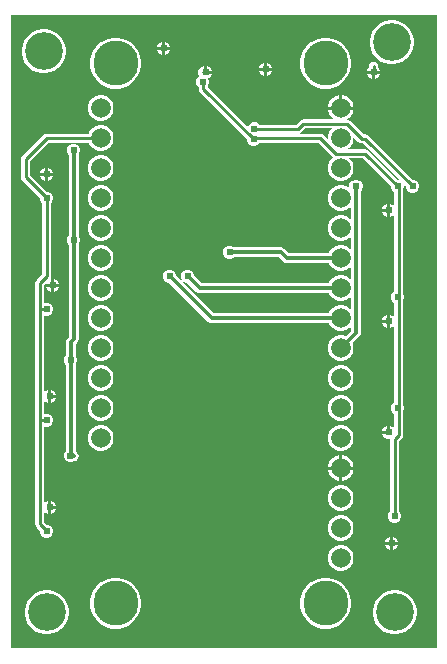
<source format=gbl>
G04*
G04 #@! TF.GenerationSoftware,Altium Limited,Altium Designer,21.8.1 (53)*
G04*
G04 Layer_Physical_Order=2*
G04 Layer_Color=16711680*
%FSLAX25Y25*%
%MOIN*%
G70*
G04*
G04 #@! TF.SameCoordinates,E365CCBF-B7D7-418C-B8C5-68AE61ABE827*
G04*
G04*
G04 #@! TF.FilePolarity,Positive*
G04*
G01*
G75*
%ADD11C,0.01000*%
%ADD27C,0.01200*%
%ADD28C,0.15000*%
%ADD29C,0.06555*%
%ADD30C,0.02400*%
%ADD31C,0.12598*%
G36*
X242000Y100000D02*
X100000D01*
Y311000D01*
X242000D01*
Y100000D01*
D02*
G37*
%LPC*%
G36*
X151500Y302174D02*
Y300500D01*
X153174D01*
X152865Y301246D01*
X152246Y301865D01*
X151500Y302174D01*
D02*
G37*
G36*
X150500D02*
X149754Y301865D01*
X149135Y301246D01*
X148826Y300500D01*
X150500D01*
Y302174D01*
D02*
G37*
G36*
X153174Y299500D02*
X151500D01*
Y297826D01*
X152246Y298135D01*
X152865Y298754D01*
X153174Y299500D01*
D02*
G37*
G36*
X150500D02*
X148826D01*
X149135Y298754D01*
X149754Y298135D01*
X150500Y297826D01*
Y299500D01*
D02*
G37*
G36*
X227719Y309299D02*
X226281D01*
X224871Y309019D01*
X223542Y308469D01*
X222347Y307670D01*
X221330Y306653D01*
X220532Y305457D01*
X219981Y304129D01*
X219701Y302719D01*
Y301281D01*
X219981Y299871D01*
X220532Y298542D01*
X221330Y297347D01*
X222347Y296330D01*
X223542Y295532D01*
X224871Y294981D01*
X226281Y294701D01*
X227719D01*
X229129Y294981D01*
X230457Y295532D01*
X231653Y296330D01*
X232670Y297347D01*
X233469Y298542D01*
X234019Y299871D01*
X234299Y301281D01*
Y302719D01*
X234019Y304129D01*
X233469Y305457D01*
X232670Y306653D01*
X231653Y307670D01*
X230457Y308469D01*
X229129Y309019D01*
X227719Y309299D01*
D02*
G37*
G36*
X185500Y295174D02*
Y293500D01*
X187174D01*
X186865Y294246D01*
X186246Y294865D01*
X185500Y295174D01*
D02*
G37*
G36*
X184500D02*
X183754Y294865D01*
X183135Y294246D01*
X182826Y293500D01*
X184500D01*
Y295174D01*
D02*
G37*
G36*
X221000Y295529D02*
X220415Y295413D01*
X219919Y295081D01*
X219587Y294585D01*
X219471Y294000D01*
Y293582D01*
X219135Y293246D01*
X218826Y292500D01*
X223174D01*
X222865Y293246D01*
X222529Y293582D01*
Y294000D01*
X222413Y294585D01*
X222081Y295081D01*
X221585Y295413D01*
X221000Y295529D01*
D02*
G37*
G36*
X165500Y294174D02*
Y292500D01*
X167174D01*
X166865Y293246D01*
X166246Y293865D01*
X165500Y294174D01*
D02*
G37*
G36*
X111719Y306299D02*
X110281D01*
X108871Y306019D01*
X107543Y305469D01*
X106347Y304670D01*
X105330Y303653D01*
X104532Y302457D01*
X103981Y301129D01*
X103701Y299719D01*
Y298281D01*
X103981Y296871D01*
X104532Y295543D01*
X105330Y294347D01*
X106347Y293330D01*
X107543Y292531D01*
X108871Y291981D01*
X110281Y291701D01*
X111719D01*
X113129Y291981D01*
X114457Y292531D01*
X115653Y293330D01*
X116670Y294347D01*
X117469Y295543D01*
X118019Y296871D01*
X118299Y298281D01*
Y299719D01*
X118019Y301129D01*
X117469Y302457D01*
X116670Y303653D01*
X115653Y304670D01*
X114457Y305469D01*
X113129Y306019D01*
X111719Y306299D01*
D02*
G37*
G36*
X187174Y292500D02*
X185500D01*
Y290826D01*
X186246Y291135D01*
X186865Y291754D01*
X187174Y292500D01*
D02*
G37*
G36*
X184500D02*
X182826D01*
X183135Y291754D01*
X183754Y291135D01*
X184500Y290826D01*
Y292500D01*
D02*
G37*
G36*
X223174Y291500D02*
X221500D01*
Y289826D01*
X222246Y290135D01*
X222865Y290754D01*
X223174Y291500D01*
D02*
G37*
G36*
X220500D02*
X218826D01*
X219135Y290754D01*
X219754Y290135D01*
X220500Y289826D01*
Y291500D01*
D02*
G37*
G36*
X205837Y303500D02*
X204163D01*
X202521Y303173D01*
X200974Y302533D01*
X199582Y301602D01*
X198398Y300418D01*
X197467Y299026D01*
X196827Y297479D01*
X196500Y295837D01*
Y294163D01*
X196827Y292521D01*
X197467Y290974D01*
X198398Y289582D01*
X199582Y288398D01*
X200974Y287467D01*
X202521Y286827D01*
X204163Y286500D01*
X205837D01*
X207479Y286827D01*
X209026Y287467D01*
X210418Y288398D01*
X211602Y289582D01*
X212533Y290974D01*
X213173Y292521D01*
X213500Y294163D01*
Y295837D01*
X213173Y297479D01*
X212533Y299026D01*
X211602Y300418D01*
X210418Y301602D01*
X209026Y302533D01*
X207479Y303173D01*
X205837Y303500D01*
D02*
G37*
G36*
X135837D02*
X134163D01*
X132521Y303173D01*
X130974Y302533D01*
X129582Y301602D01*
X128398Y300418D01*
X127467Y299026D01*
X126827Y297479D01*
X126500Y295837D01*
Y294163D01*
X126827Y292521D01*
X127467Y290974D01*
X128398Y289582D01*
X129582Y288398D01*
X130974Y287467D01*
X132521Y286827D01*
X134163Y286500D01*
X135837D01*
X137479Y286827D01*
X139026Y287467D01*
X140418Y288398D01*
X141602Y289582D01*
X142533Y290974D01*
X143173Y292521D01*
X143500Y294163D01*
Y295837D01*
X143173Y297479D01*
X142533Y299026D01*
X141602Y300418D01*
X140418Y301602D01*
X139026Y302533D01*
X137479Y303173D01*
X135837Y303500D01*
D02*
G37*
G36*
X210563Y284278D02*
X210500D01*
Y280500D01*
X214278D01*
Y280563D01*
X213986Y281651D01*
X213423Y282627D01*
X212627Y283423D01*
X211651Y283986D01*
X210563Y284278D01*
D02*
G37*
G36*
X209500D02*
X209437D01*
X208349Y283986D01*
X207373Y283423D01*
X206577Y282627D01*
X206014Y281651D01*
X205722Y280563D01*
Y280500D01*
X209500D01*
Y284278D01*
D02*
G37*
G36*
X130563D02*
X129437D01*
X128349Y283986D01*
X127374Y283423D01*
X126577Y282627D01*
X126014Y281651D01*
X125722Y280563D01*
Y279437D01*
X126014Y278349D01*
X126577Y277374D01*
X127374Y276577D01*
X128349Y276014D01*
X129437Y275722D01*
X130563D01*
X131651Y276014D01*
X132626Y276577D01*
X133423Y277374D01*
X133986Y278349D01*
X134278Y279437D01*
Y280563D01*
X133986Y281651D01*
X133423Y282627D01*
X132626Y283423D01*
X131651Y283986D01*
X130563Y284278D01*
D02*
G37*
G36*
Y274278D02*
X129437D01*
X128349Y273986D01*
X127374Y273423D01*
X126577Y272626D01*
X126014Y271651D01*
X125981Y271529D01*
X112000D01*
X111512Y271432D01*
X111415Y271413D01*
X110919Y271081D01*
X103919Y264081D01*
X103587Y263585D01*
X103471Y263000D01*
Y257000D01*
X103587Y256415D01*
X103919Y255919D01*
X109800Y250037D01*
Y249562D01*
X110135Y248754D01*
X110471Y248418D01*
Y224575D01*
X108662Y222766D01*
X108330Y222270D01*
X108214Y221685D01*
Y213000D01*
Y176000D01*
Y141257D01*
X108330Y140671D01*
X108662Y140175D01*
X109800Y139037D01*
Y138562D01*
X110135Y137754D01*
X110754Y137135D01*
X111562Y136800D01*
X112438D01*
X113246Y137135D01*
X113865Y137754D01*
X114200Y138562D01*
Y139438D01*
X113865Y140246D01*
X113246Y140865D01*
X112438Y141200D01*
X111963D01*
X111273Y141890D01*
Y145616D01*
X111754Y145135D01*
X112500Y144826D01*
Y147000D01*
Y149174D01*
X111754Y148865D01*
X111273Y148384D01*
Y173920D01*
X111562Y173800D01*
X112438D01*
X113246Y174135D01*
X113865Y174754D01*
X114200Y175562D01*
Y176438D01*
X113865Y177246D01*
X113246Y177865D01*
X112438Y178200D01*
X111562D01*
X111273Y178080D01*
Y182616D01*
X111754Y182135D01*
X112500Y181826D01*
Y184000D01*
Y186174D01*
X111754Y185865D01*
X111273Y185384D01*
Y210920D01*
X111562Y210800D01*
X112438D01*
X113246Y211135D01*
X113865Y211754D01*
X114200Y212562D01*
Y213438D01*
X113865Y214246D01*
X113246Y214865D01*
X112438Y215200D01*
X111562D01*
X111273Y215080D01*
Y221052D01*
X111900Y221679D01*
X111826Y221500D01*
X113500D01*
Y223174D01*
X113211Y223055D01*
X113413Y223356D01*
X113529Y223942D01*
Y248418D01*
X113865Y248754D01*
X114200Y249562D01*
Y250438D01*
X113865Y251246D01*
X113246Y251865D01*
X112438Y252200D01*
X111963D01*
X106529Y257633D01*
Y262367D01*
X112634Y268471D01*
X125981D01*
X126014Y268349D01*
X126577Y267373D01*
X127374Y266577D01*
X128349Y266014D01*
X129437Y265722D01*
X130563D01*
X131651Y266014D01*
X132626Y266577D01*
X133423Y267373D01*
X133986Y268349D01*
X134278Y269437D01*
Y270563D01*
X133986Y271651D01*
X133423Y272626D01*
X132626Y273423D01*
X131651Y273986D01*
X130563Y274278D01*
D02*
G37*
G36*
X112500Y260174D02*
Y258500D01*
X114174D01*
X113865Y259246D01*
X113246Y259865D01*
X112500Y260174D01*
D02*
G37*
G36*
X111500D02*
X110754Y259865D01*
X110135Y259246D01*
X109826Y258500D01*
X111500D01*
Y260174D01*
D02*
G37*
G36*
X114174Y257500D02*
X112500D01*
Y255826D01*
X113246Y256135D01*
X113865Y256754D01*
X114174Y257500D01*
D02*
G37*
G36*
X111500D02*
X109826D01*
X110135Y256754D01*
X110754Y256135D01*
X111500Y255826D01*
Y257500D01*
D02*
G37*
G36*
X130563Y264278D02*
X129437D01*
X128349Y263986D01*
X127374Y263423D01*
X126577Y262627D01*
X126014Y261651D01*
X125722Y260563D01*
Y259437D01*
X126014Y258349D01*
X126577Y257373D01*
X127374Y256577D01*
X128349Y256014D01*
X129437Y255722D01*
X130563D01*
X131651Y256014D01*
X132626Y256577D01*
X133423Y257373D01*
X133986Y258349D01*
X134278Y259437D01*
Y260563D01*
X133986Y261651D01*
X133423Y262627D01*
X132626Y263423D01*
X131651Y263986D01*
X130563Y264278D01*
D02*
G37*
G36*
X215559Y256197D02*
X214684D01*
X213875Y255862D01*
X213256Y255243D01*
X212922Y254435D01*
Y253559D01*
X213227Y252823D01*
X212627Y253423D01*
X211651Y253986D01*
X210563Y254278D01*
X209437D01*
X208349Y253986D01*
X207373Y253423D01*
X206577Y252626D01*
X206014Y251651D01*
X205722Y250563D01*
Y249437D01*
X206014Y248349D01*
X206577Y247374D01*
X207373Y246577D01*
X208349Y246014D01*
X209437Y245722D01*
X210563D01*
X211651Y246014D01*
X212627Y246577D01*
X213423Y247374D01*
X213490Y247490D01*
Y242510D01*
X213423Y242627D01*
X212627Y243423D01*
X211651Y243986D01*
X210563Y244278D01*
X209437D01*
X208349Y243986D01*
X207373Y243423D01*
X206577Y242627D01*
X206014Y241651D01*
X205722Y240563D01*
Y239437D01*
X206014Y238349D01*
X206577Y237373D01*
X207373Y236577D01*
X208349Y236014D01*
X209437Y235722D01*
X210563D01*
X211651Y236014D01*
X212627Y236577D01*
X213423Y237373D01*
X213490Y237490D01*
Y232510D01*
X213423Y232627D01*
X212627Y233423D01*
X211651Y233986D01*
X210563Y234278D01*
X209437D01*
X208349Y233986D01*
X207373Y233423D01*
X206577Y232627D01*
X206014Y231651D01*
X206009Y231631D01*
X192728D01*
X191206Y233154D01*
X190677Y233507D01*
X190053Y233631D01*
X174480D01*
X174246Y233865D01*
X173438Y234200D01*
X172562D01*
X171754Y233865D01*
X171135Y233246D01*
X170800Y232438D01*
Y231562D01*
X171135Y230754D01*
X171754Y230135D01*
X172562Y229800D01*
X173438D01*
X174246Y230135D01*
X174480Y230369D01*
X189377D01*
X190899Y228847D01*
X191428Y228493D01*
X192053Y228369D01*
X206009D01*
X206014Y228349D01*
X206577Y227374D01*
X207373Y226577D01*
X208349Y226014D01*
X209437Y225722D01*
X210563D01*
X211651Y226014D01*
X212627Y226577D01*
X213423Y227374D01*
X213490Y227490D01*
Y222510D01*
X213423Y222626D01*
X212627Y223423D01*
X211651Y223986D01*
X210563Y224278D01*
X209437D01*
X208349Y223986D01*
X207373Y223423D01*
X206577Y222626D01*
X206014Y221651D01*
X206009Y221631D01*
X163676D01*
X161200Y224107D01*
Y224438D01*
X160865Y225246D01*
X160246Y225865D01*
X159438Y226200D01*
X158562D01*
X157754Y225865D01*
X157135Y225246D01*
X156800Y224438D01*
Y223562D01*
X157135Y222754D01*
X157754Y222135D01*
X158562Y221800D01*
X158893D01*
X161846Y218847D01*
X162376Y218493D01*
X163000Y218369D01*
X206009D01*
X206014Y218349D01*
X206577Y217373D01*
X207373Y216577D01*
X208349Y216014D01*
X209437Y215722D01*
X210563D01*
X211651Y216014D01*
X212627Y216577D01*
X213423Y217373D01*
X213490Y217490D01*
Y212510D01*
X213423Y212627D01*
X212627Y213423D01*
X211651Y213986D01*
X210563Y214278D01*
X209437D01*
X208349Y213986D01*
X207373Y213423D01*
X206577Y212627D01*
X206014Y211651D01*
X206009Y211631D01*
X167676D01*
X155200Y224107D01*
Y224438D01*
X154865Y225246D01*
X154246Y225865D01*
X153438Y226200D01*
X152562D01*
X151754Y225865D01*
X151135Y225246D01*
X150800Y224438D01*
Y223562D01*
X151135Y222754D01*
X151754Y222135D01*
X152562Y221800D01*
X152893D01*
X165847Y208846D01*
X166376Y208493D01*
X167000Y208369D01*
X206009D01*
X206014Y208349D01*
X206577Y207373D01*
X207373Y206577D01*
X208349Y206014D01*
X209437Y205722D01*
X210563D01*
X211651Y206014D01*
X212627Y206577D01*
X213423Y207373D01*
X213490Y207490D01*
Y205797D01*
X211669Y203976D01*
X211651Y203986D01*
X210563Y204278D01*
X209437D01*
X208349Y203986D01*
X207373Y203423D01*
X206577Y202626D01*
X206014Y201651D01*
X205722Y200563D01*
Y199437D01*
X206014Y198349D01*
X206577Y197373D01*
X207373Y196577D01*
X208349Y196014D01*
X209437Y195722D01*
X210563D01*
X211651Y196014D01*
X212627Y196577D01*
X213423Y197373D01*
X213986Y198349D01*
X214278Y199437D01*
Y200563D01*
X213986Y201651D01*
X213976Y201669D01*
X216275Y203968D01*
X216629Y204497D01*
X216753Y205121D01*
Y252517D01*
X216986Y252751D01*
X217321Y253559D01*
Y254435D01*
X216986Y255243D01*
X216368Y255862D01*
X215559Y256197D01*
D02*
G37*
G36*
X164500Y294174D02*
X163754Y293865D01*
X163135Y293246D01*
X163123Y293218D01*
X162919Y293081D01*
X162587Y292585D01*
X162471Y292000D01*
X162587Y291415D01*
X162919Y290919D01*
X163111Y290790D01*
X162717Y290627D01*
X162098Y290008D01*
X161763Y289200D01*
Y288324D01*
X162098Y287516D01*
X162702Y286912D01*
Y286369D01*
X162818Y285784D01*
X163150Y285287D01*
X178800Y269637D01*
Y269162D01*
X179135Y268354D01*
X179754Y267735D01*
X180562Y267400D01*
X181438D01*
X182246Y267735D01*
X182865Y268354D01*
X182913Y268471D01*
X202610D01*
X207384Y263696D01*
X207599Y263553D01*
X207373Y263423D01*
X206577Y262627D01*
X206014Y261651D01*
X205722Y260563D01*
Y259437D01*
X206014Y258349D01*
X206577Y257373D01*
X207373Y256577D01*
X208349Y256014D01*
X209437Y255722D01*
X210563D01*
X211651Y256014D01*
X212627Y256577D01*
X213423Y257373D01*
X213986Y258349D01*
X214278Y259437D01*
Y260563D01*
X213986Y261651D01*
X213423Y262627D01*
X212801Y263248D01*
X217589D01*
X226800Y254037D01*
Y253562D01*
X227135Y252754D01*
X227754Y252135D01*
X227771Y252128D01*
Y247341D01*
X227246Y247865D01*
X226500Y248174D01*
Y246000D01*
Y243826D01*
X227246Y244135D01*
X227771Y244659D01*
Y218872D01*
X227754Y218865D01*
X227135Y218246D01*
X226800Y217438D01*
Y216562D01*
X227135Y215754D01*
X227754Y215135D01*
X227771Y215128D01*
Y210341D01*
X227246Y210865D01*
X226500Y211174D01*
Y209000D01*
Y206826D01*
X227246Y207135D01*
X227771Y207659D01*
Y181872D01*
X227754Y181865D01*
X227135Y181246D01*
X226800Y180438D01*
Y179562D01*
X227135Y178754D01*
X227754Y178135D01*
X227771Y178128D01*
Y173341D01*
X227246Y173865D01*
X226500Y174174D01*
Y172000D01*
X226000D01*
Y171500D01*
X223826D01*
X224135Y170754D01*
X224754Y170135D01*
X225562Y169800D01*
X226438D01*
X226471Y169814D01*
X226471Y169812D01*
Y145582D01*
X226135Y145246D01*
X225800Y144438D01*
Y143562D01*
X226135Y142754D01*
X226754Y142135D01*
X227562Y141800D01*
X228438D01*
X229246Y142135D01*
X229865Y142754D01*
X230200Y143562D01*
Y144438D01*
X229865Y145246D01*
X229529Y145582D01*
Y169179D01*
X230381Y170031D01*
X230713Y170527D01*
X230829Y171112D01*
Y178718D01*
X230865Y178754D01*
X231200Y179562D01*
Y180438D01*
X230865Y181246D01*
X230829Y181282D01*
Y215718D01*
X230865Y215754D01*
X231200Y216562D01*
Y217438D01*
X230865Y218246D01*
X230829Y218282D01*
Y252718D01*
X230865Y252754D01*
X231200Y253562D01*
Y254438D01*
X231059Y254778D01*
X231800Y254037D01*
Y253562D01*
X232135Y252754D01*
X232754Y252135D01*
X233562Y251800D01*
X234438D01*
X235246Y252135D01*
X235865Y252754D01*
X236200Y253562D01*
Y254438D01*
X235865Y255246D01*
X235246Y255865D01*
X234438Y256200D01*
X233963D01*
X219325Y270838D01*
X218829Y271169D01*
X218244Y271286D01*
X217634D01*
X213060Y275859D01*
X212564Y276190D01*
X212112Y276280D01*
X212627Y276577D01*
X213423Y277374D01*
X213986Y278349D01*
X214278Y279437D01*
Y279500D01*
X210000D01*
X205722D01*
Y279437D01*
X206014Y278349D01*
X206577Y277374D01*
X207373Y276577D01*
X207841Y276307D01*
X197568D01*
X196982Y276190D01*
X196486Y275859D01*
X195157Y274529D01*
X183000D01*
X182455Y275074D01*
X181647Y275409D01*
X180772D01*
X179963Y275074D01*
X179344Y274455D01*
X179041Y273722D01*
X165760Y287002D01*
Y287448D01*
X165828Y287516D01*
X166163Y288324D01*
Y289200D01*
X165845Y289969D01*
X166246Y290135D01*
X166865Y290754D01*
X167174Y291500D01*
X165000D01*
Y292000D01*
X164500D01*
Y294174D01*
D02*
G37*
G36*
X225500Y248174D02*
X224754Y247865D01*
X224135Y247246D01*
X223826Y246500D01*
X225500D01*
Y248174D01*
D02*
G37*
G36*
X130563Y254278D02*
X129437D01*
X128349Y253986D01*
X127374Y253423D01*
X126577Y252626D01*
X126014Y251651D01*
X125722Y250563D01*
Y249437D01*
X126014Y248349D01*
X126577Y247374D01*
X127374Y246577D01*
X128349Y246014D01*
X129437Y245722D01*
X130563D01*
X131651Y246014D01*
X132626Y246577D01*
X133423Y247374D01*
X133986Y248349D01*
X134278Y249437D01*
Y250563D01*
X133986Y251651D01*
X133423Y252626D01*
X132626Y253423D01*
X131651Y253986D01*
X130563Y254278D01*
D02*
G37*
G36*
X225500Y245500D02*
X223826D01*
X224135Y244754D01*
X224754Y244135D01*
X225500Y243826D01*
Y245500D01*
D02*
G37*
G36*
X130563Y244278D02*
X129437D01*
X128349Y243986D01*
X127374Y243423D01*
X126577Y242627D01*
X126014Y241651D01*
X125722Y240563D01*
Y239437D01*
X126014Y238349D01*
X126577Y237373D01*
X127374Y236577D01*
X128349Y236014D01*
X129437Y235722D01*
X130563D01*
X131651Y236014D01*
X132626Y236577D01*
X133423Y237373D01*
X133986Y238349D01*
X134278Y239437D01*
Y240563D01*
X133986Y241651D01*
X133423Y242627D01*
X132626Y243423D01*
X131651Y243986D01*
X130563Y244278D01*
D02*
G37*
G36*
Y234278D02*
X129437D01*
X128349Y233986D01*
X127374Y233423D01*
X126577Y232627D01*
X126014Y231651D01*
X125722Y230563D01*
Y229437D01*
X126014Y228349D01*
X126577Y227374D01*
X127374Y226577D01*
X128349Y226014D01*
X129437Y225722D01*
X130563D01*
X131651Y226014D01*
X132626Y226577D01*
X133423Y227374D01*
X133986Y228349D01*
X134278Y229437D01*
Y230563D01*
X133986Y231651D01*
X133423Y232627D01*
X132626Y233423D01*
X131651Y233986D01*
X130563Y234278D01*
D02*
G37*
G36*
X114500Y223174D02*
Y221500D01*
X116174D01*
X115865Y222246D01*
X115246Y222865D01*
X114500Y223174D01*
D02*
G37*
G36*
X116174Y220500D02*
X114500D01*
Y218826D01*
X115246Y219135D01*
X115865Y219754D01*
X116174Y220500D01*
D02*
G37*
G36*
X113500D02*
X111826D01*
X112135Y219754D01*
X112754Y219135D01*
X113500Y218826D01*
Y220500D01*
D02*
G37*
G36*
X130563Y224278D02*
X129437D01*
X128349Y223986D01*
X127374Y223423D01*
X126577Y222626D01*
X126014Y221651D01*
X125722Y220563D01*
Y219437D01*
X126014Y218349D01*
X126577Y217373D01*
X127374Y216577D01*
X128349Y216014D01*
X129437Y215722D01*
X130563D01*
X131651Y216014D01*
X132626Y216577D01*
X133423Y217373D01*
X133986Y218349D01*
X134278Y219437D01*
Y220563D01*
X133986Y221651D01*
X133423Y222626D01*
X132626Y223423D01*
X131651Y223986D01*
X130563Y224278D01*
D02*
G37*
G36*
X225500Y211174D02*
X224754Y210865D01*
X224135Y210246D01*
X223826Y209500D01*
X225500D01*
Y211174D01*
D02*
G37*
G36*
Y208500D02*
X223826D01*
X224135Y207754D01*
X224754Y207135D01*
X225500Y206826D01*
Y208500D01*
D02*
G37*
G36*
X130563Y214278D02*
X129437D01*
X128349Y213986D01*
X127374Y213423D01*
X126577Y212627D01*
X126014Y211651D01*
X125722Y210563D01*
Y209437D01*
X126014Y208349D01*
X126577Y207373D01*
X127374Y206577D01*
X128349Y206014D01*
X129437Y205722D01*
X130563D01*
X131651Y206014D01*
X132626Y206577D01*
X133423Y207373D01*
X133986Y208349D01*
X134278Y209437D01*
Y210563D01*
X133986Y211651D01*
X133423Y212627D01*
X132626Y213423D01*
X131651Y213986D01*
X130563Y214278D01*
D02*
G37*
G36*
Y204278D02*
X129437D01*
X128349Y203986D01*
X127374Y203423D01*
X126577Y202626D01*
X126014Y201651D01*
X125722Y200563D01*
Y199437D01*
X126014Y198349D01*
X126577Y197373D01*
X127374Y196577D01*
X128349Y196014D01*
X129437Y195722D01*
X130563D01*
X131651Y196014D01*
X132626Y196577D01*
X133423Y197373D01*
X133986Y198349D01*
X134278Y199437D01*
Y200563D01*
X133986Y201651D01*
X133423Y202626D01*
X132626Y203423D01*
X131651Y203986D01*
X130563Y204278D01*
D02*
G37*
G36*
X210563Y194278D02*
X209437D01*
X208349Y193986D01*
X207373Y193423D01*
X206577Y192627D01*
X206014Y191651D01*
X205722Y190563D01*
Y189437D01*
X206014Y188349D01*
X206577Y187373D01*
X207373Y186577D01*
X208349Y186014D01*
X209437Y185722D01*
X210563D01*
X211651Y186014D01*
X212627Y186577D01*
X213423Y187373D01*
X213986Y188349D01*
X214278Y189437D01*
Y190563D01*
X213986Y191651D01*
X213423Y192627D01*
X212627Y193423D01*
X211651Y193986D01*
X210563Y194278D01*
D02*
G37*
G36*
X130563D02*
X129437D01*
X128349Y193986D01*
X127374Y193423D01*
X126577Y192627D01*
X126014Y191651D01*
X125722Y190563D01*
Y189437D01*
X126014Y188349D01*
X126577Y187373D01*
X127374Y186577D01*
X128349Y186014D01*
X129437Y185722D01*
X130563D01*
X131651Y186014D01*
X132626Y186577D01*
X133423Y187373D01*
X133986Y188349D01*
X134278Y189437D01*
Y190563D01*
X133986Y191651D01*
X133423Y192627D01*
X132626Y193423D01*
X131651Y193986D01*
X130563Y194278D01*
D02*
G37*
G36*
X113500Y186174D02*
Y184500D01*
X115174D01*
X114865Y185246D01*
X114246Y185865D01*
X113500Y186174D01*
D02*
G37*
G36*
X115174Y183500D02*
X113500D01*
Y181826D01*
X114246Y182135D01*
X114865Y182754D01*
X115174Y183500D01*
D02*
G37*
G36*
X210563Y184278D02*
X209437D01*
X208349Y183986D01*
X207373Y183423D01*
X206577Y182626D01*
X206014Y181651D01*
X205722Y180563D01*
Y179437D01*
X206014Y178349D01*
X206577Y177374D01*
X207373Y176577D01*
X208349Y176014D01*
X209437Y175722D01*
X210563D01*
X211651Y176014D01*
X212627Y176577D01*
X213423Y177374D01*
X213986Y178349D01*
X214278Y179437D01*
Y180563D01*
X213986Y181651D01*
X213423Y182626D01*
X212627Y183423D01*
X211651Y183986D01*
X210563Y184278D01*
D02*
G37*
G36*
X130563D02*
X129437D01*
X128349Y183986D01*
X127374Y183423D01*
X126577Y182626D01*
X126014Y181651D01*
X125722Y180563D01*
Y179437D01*
X126014Y178349D01*
X126577Y177374D01*
X127374Y176577D01*
X128349Y176014D01*
X129437Y175722D01*
X130563D01*
X131651Y176014D01*
X132626Y176577D01*
X133423Y177374D01*
X133986Y178349D01*
X134278Y179437D01*
Y180563D01*
X133986Y181651D01*
X133423Y182626D01*
X132626Y183423D01*
X131651Y183986D01*
X130563Y184278D01*
D02*
G37*
G36*
X225500Y174174D02*
X224754Y173865D01*
X224135Y173246D01*
X223826Y172500D01*
X225500D01*
Y174174D01*
D02*
G37*
G36*
X210563Y174278D02*
X209437D01*
X208349Y173986D01*
X207373Y173423D01*
X206577Y172626D01*
X206014Y171651D01*
X205722Y170563D01*
Y169437D01*
X206014Y168349D01*
X206577Y167374D01*
X207373Y166577D01*
X208349Y166014D01*
X209437Y165722D01*
X210563D01*
X211651Y166014D01*
X212627Y166577D01*
X213423Y167374D01*
X213986Y168349D01*
X214278Y169437D01*
Y170563D01*
X213986Y171651D01*
X213423Y172626D01*
X212627Y173423D01*
X211651Y173986D01*
X210563Y174278D01*
D02*
G37*
G36*
X130563D02*
X129437D01*
X128349Y173986D01*
X127374Y173423D01*
X126577Y172626D01*
X126014Y171651D01*
X125722Y170563D01*
Y169437D01*
X126014Y168349D01*
X126577Y167374D01*
X127374Y166577D01*
X128349Y166014D01*
X129437Y165722D01*
X130563D01*
X131651Y166014D01*
X132626Y166577D01*
X133423Y167374D01*
X133986Y168349D01*
X134278Y169437D01*
Y170563D01*
X133986Y171651D01*
X133423Y172626D01*
X132626Y173423D01*
X131651Y173986D01*
X130563Y174278D01*
D02*
G37*
G36*
X121438Y268200D02*
X120562D01*
X119754Y267865D01*
X119135Y267246D01*
X118800Y266438D01*
Y265562D01*
X119135Y264754D01*
X119369Y264520D01*
Y237480D01*
X119135Y237246D01*
X118800Y236438D01*
Y235562D01*
X119135Y234754D01*
X119369Y234520D01*
Y203676D01*
X118846Y203153D01*
X118493Y202624D01*
X118369Y202000D01*
Y197480D01*
X118135Y197246D01*
X117800Y196438D01*
Y195562D01*
X118135Y194754D01*
X118369Y194520D01*
Y165703D01*
X118076Y165410D01*
X117741Y164602D01*
Y163727D01*
X118076Y162918D01*
X118695Y162299D01*
X119503Y161964D01*
X120378D01*
X121187Y162299D01*
X121320Y162432D01*
X121624Y162493D01*
X122153Y162847D01*
X122507Y163376D01*
X122631Y164000D01*
X122507Y164624D01*
X122153Y165154D01*
X121631Y165676D01*
Y194520D01*
X121865Y194754D01*
X122200Y195562D01*
Y196438D01*
X121865Y197246D01*
X121631Y197480D01*
Y201324D01*
X122153Y201847D01*
X122507Y202376D01*
X122631Y203000D01*
Y234520D01*
X122865Y234754D01*
X123200Y235562D01*
Y236438D01*
X122865Y237246D01*
X122631Y237480D01*
Y264520D01*
X122865Y264754D01*
X123200Y265562D01*
Y266438D01*
X122865Y267246D01*
X122246Y267865D01*
X121438Y268200D01*
D02*
G37*
G36*
X210563Y164278D02*
X210500D01*
Y160500D01*
X214278D01*
Y160563D01*
X213986Y161651D01*
X213423Y162627D01*
X212627Y163423D01*
X211651Y163986D01*
X210563Y164278D01*
D02*
G37*
G36*
X209500D02*
X209437D01*
X208349Y163986D01*
X207373Y163423D01*
X206577Y162627D01*
X206014Y161651D01*
X205722Y160563D01*
Y160500D01*
X209500D01*
Y164278D01*
D02*
G37*
G36*
X214278Y159500D02*
X210500D01*
Y155722D01*
X210563D01*
X211651Y156014D01*
X212627Y156577D01*
X213423Y157373D01*
X213986Y158349D01*
X214278Y159437D01*
Y159500D01*
D02*
G37*
G36*
X209500D02*
X205722D01*
Y159437D01*
X206014Y158349D01*
X206577Y157373D01*
X207373Y156577D01*
X208349Y156014D01*
X209437Y155722D01*
X209500D01*
Y159500D01*
D02*
G37*
G36*
X113500Y149174D02*
Y147500D01*
X115174D01*
X114865Y148246D01*
X114246Y148865D01*
X113500Y149174D01*
D02*
G37*
G36*
X210563Y154278D02*
X209437D01*
X208349Y153986D01*
X207373Y153423D01*
X206577Y152627D01*
X206014Y151651D01*
X205722Y150563D01*
Y149437D01*
X206014Y148349D01*
X206577Y147373D01*
X207373Y146577D01*
X208349Y146014D01*
X209437Y145722D01*
X210563D01*
X211651Y146014D01*
X212627Y146577D01*
X213423Y147373D01*
X213986Y148349D01*
X214278Y149437D01*
Y150563D01*
X213986Y151651D01*
X213423Y152627D01*
X212627Y153423D01*
X211651Y153986D01*
X210563Y154278D01*
D02*
G37*
G36*
X115174Y146500D02*
X113500D01*
Y144826D01*
X114246Y145135D01*
X114865Y145754D01*
X115174Y146500D01*
D02*
G37*
G36*
X210563Y144278D02*
X209437D01*
X208349Y143986D01*
X207373Y143423D01*
X206577Y142627D01*
X206014Y141651D01*
X205722Y140563D01*
Y139437D01*
X206014Y138349D01*
X206577Y137373D01*
X207373Y136577D01*
X208349Y136014D01*
X209437Y135722D01*
X210563D01*
X211651Y136014D01*
X212627Y136577D01*
X213423Y137373D01*
X213986Y138349D01*
X214278Y139437D01*
Y140563D01*
X213986Y141651D01*
X213423Y142627D01*
X212627Y143423D01*
X211651Y143986D01*
X210563Y144278D01*
D02*
G37*
G36*
X227500Y137174D02*
Y135500D01*
X229174D01*
X228865Y136246D01*
X228246Y136865D01*
X227500Y137174D01*
D02*
G37*
G36*
X226500D02*
X225754Y136865D01*
X225135Y136246D01*
X224826Y135500D01*
X226500D01*
Y137174D01*
D02*
G37*
G36*
X229174Y134500D02*
X227500D01*
Y132826D01*
X228246Y133135D01*
X228865Y133754D01*
X229174Y134500D01*
D02*
G37*
G36*
X226500D02*
X224826D01*
X225135Y133754D01*
X225754Y133135D01*
X226500Y132826D01*
Y134500D01*
D02*
G37*
G36*
X210563Y134278D02*
X209437D01*
X208349Y133986D01*
X207373Y133423D01*
X206577Y132626D01*
X206014Y131651D01*
X205722Y130563D01*
Y129437D01*
X206014Y128349D01*
X206577Y127374D01*
X207373Y126577D01*
X208349Y126014D01*
X209437Y125722D01*
X210563D01*
X211651Y126014D01*
X212627Y126577D01*
X213423Y127374D01*
X213986Y128349D01*
X214278Y129437D01*
Y130563D01*
X213986Y131651D01*
X213423Y132626D01*
X212627Y133423D01*
X211651Y133986D01*
X210563Y134278D01*
D02*
G37*
G36*
X205837Y123500D02*
X204163D01*
X202521Y123173D01*
X200974Y122533D01*
X199582Y121602D01*
X198398Y120418D01*
X197467Y119026D01*
X196827Y117479D01*
X196500Y115837D01*
Y114163D01*
X196827Y112521D01*
X197467Y110974D01*
X198398Y109582D01*
X199582Y108398D01*
X200974Y107467D01*
X202521Y106827D01*
X204163Y106500D01*
X205837D01*
X207479Y106827D01*
X209026Y107467D01*
X210418Y108398D01*
X211602Y109582D01*
X212533Y110974D01*
X213173Y112521D01*
X213500Y114163D01*
Y115837D01*
X213173Y117479D01*
X212533Y119026D01*
X211602Y120418D01*
X210418Y121602D01*
X209026Y122533D01*
X207479Y123173D01*
X205837Y123500D01*
D02*
G37*
G36*
X135837D02*
X134163D01*
X132521Y123173D01*
X130974Y122533D01*
X129582Y121602D01*
X128398Y120418D01*
X127467Y119026D01*
X126827Y117479D01*
X126500Y115837D01*
Y114163D01*
X126827Y112521D01*
X127467Y110974D01*
X128398Y109582D01*
X129582Y108398D01*
X130974Y107467D01*
X132521Y106827D01*
X134163Y106500D01*
X135837D01*
X137479Y106827D01*
X139026Y107467D01*
X140418Y108398D01*
X141602Y109582D01*
X142533Y110974D01*
X143173Y112521D01*
X143500Y114163D01*
Y115837D01*
X143173Y117479D01*
X142533Y119026D01*
X141602Y120418D01*
X140418Y121602D01*
X139026Y122533D01*
X137479Y123173D01*
X135837Y123500D01*
D02*
G37*
G36*
X228719Y119299D02*
X227281D01*
X225871Y119019D01*
X224542Y118468D01*
X223347Y117670D01*
X222330Y116653D01*
X221532Y115457D01*
X220981Y114129D01*
X220701Y112719D01*
Y111281D01*
X220981Y109871D01*
X221532Y108543D01*
X222330Y107347D01*
X223347Y106330D01*
X224542Y105532D01*
X225871Y104981D01*
X227281Y104701D01*
X228719D01*
X230129Y104981D01*
X231457Y105532D01*
X232653Y106330D01*
X233670Y107347D01*
X234469Y108543D01*
X235019Y109871D01*
X235299Y111281D01*
Y112719D01*
X235019Y114129D01*
X234469Y115457D01*
X233670Y116653D01*
X232653Y117670D01*
X231457Y118468D01*
X230129Y119019D01*
X228719Y119299D01*
D02*
G37*
G36*
X112719D02*
X111281D01*
X109871Y119019D01*
X108543Y118468D01*
X107347Y117670D01*
X106330Y116653D01*
X105532Y115457D01*
X104981Y114129D01*
X104701Y112719D01*
Y111281D01*
X104981Y109871D01*
X105532Y108543D01*
X106330Y107347D01*
X107347Y106330D01*
X108543Y105532D01*
X109871Y104981D01*
X111281Y104701D01*
X112719D01*
X114129Y104981D01*
X115457Y105532D01*
X116653Y106330D01*
X117670Y107347D01*
X118468Y108543D01*
X119019Y109871D01*
X119299Y111281D01*
Y112719D01*
X119019Y114129D01*
X118468Y115457D01*
X117670Y116653D01*
X116653Y117670D01*
X115457Y118468D01*
X114129Y119019D01*
X112719Y119299D01*
D02*
G37*
%LPD*%
G36*
X213490Y252517D02*
Y252510D01*
X213480Y252527D01*
X213490Y252517D01*
D02*
G37*
G36*
X206577Y272626D02*
X206014Y271651D01*
X205722Y270563D01*
Y269684D01*
X204325Y271081D01*
X203829Y271413D01*
X203243Y271529D01*
X196086D01*
X196375Y271587D01*
X196872Y271919D01*
X198201Y273248D01*
X207199D01*
X206577Y272626D01*
D02*
G37*
G36*
X215919Y268675D02*
X216415Y268343D01*
X217000Y268227D01*
X217610D01*
X229778Y256059D01*
X229438Y256200D01*
X228963D01*
X219304Y265859D01*
X218808Y266191D01*
X218222Y266307D01*
X212159D01*
X212627Y266577D01*
X213423Y267373D01*
X213986Y268349D01*
X214278Y269437D01*
Y270316D01*
X215919Y268675D01*
D02*
G37*
D11*
X163963Y288762D02*
X164231Y288494D01*
Y286369D02*
Y288494D01*
X181418Y273000D02*
X195790D01*
X181209Y273209D02*
X181418Y273000D01*
X164231Y286369D02*
X181000Y269600D01*
X228000Y169812D02*
X229300Y171112D01*
Y253700D01*
X229000Y254000D02*
X229300Y253700D01*
X228000Y144000D02*
Y169812D01*
X109743Y213000D02*
Y221685D01*
X112000Y223942D01*
Y250000D01*
X109743Y176000D02*
Y213000D01*
X181000Y270000D02*
X203243D01*
X185000Y293000D02*
X185268Y293268D01*
X164000Y292000D02*
X165000D01*
X221000D02*
Y294000D01*
X217000Y269757D02*
X218244D01*
X234000Y254000D01*
X211979Y274778D02*
X217000Y269757D01*
X195790Y273000D02*
X197568Y274778D01*
X211979D01*
X181000Y269600D02*
Y270000D01*
X218222Y264778D02*
X229000Y254000D01*
X208466Y264778D02*
X218222D01*
X203243Y270000D02*
X208466Y264778D01*
X105000Y263000D02*
X112000Y270000D01*
X130000D01*
X105000Y257000D02*
Y263000D01*
Y257000D02*
X112000Y250000D01*
X109743Y213000D02*
X112000D01*
X109743Y141257D02*
Y176000D01*
X112000D01*
X109743Y141257D02*
X112000Y139000D01*
D27*
X153000Y224000D02*
X167000Y210000D01*
X120000Y165000D02*
X121000Y164000D01*
X119941Y164164D02*
X120105Y164000D01*
X121000D01*
X120000Y165000D02*
Y196000D01*
Y202000D01*
X121000Y203000D01*
Y236000D01*
Y266000D01*
X173000Y232000D02*
X190053D01*
X167000Y210000D02*
X210000D01*
X159000Y224000D02*
X163000Y220000D01*
X210000D01*
X190053Y232000D02*
X192053Y230000D01*
X210000D01*
X215122Y205121D02*
Y253997D01*
X210000Y200000D02*
X215122Y205121D01*
D28*
X135000Y295000D02*
D03*
X205000D02*
D03*
X135000Y115000D02*
D03*
X205000D02*
D03*
D29*
X210000Y130000D02*
D03*
Y140000D02*
D03*
Y150000D02*
D03*
Y160000D02*
D03*
Y170000D02*
D03*
Y180000D02*
D03*
Y190000D02*
D03*
Y200000D02*
D03*
Y210000D02*
D03*
Y220000D02*
D03*
Y230000D02*
D03*
Y240000D02*
D03*
Y250000D02*
D03*
Y260000D02*
D03*
Y270000D02*
D03*
Y280000D02*
D03*
X130000D02*
D03*
Y270000D02*
D03*
Y260000D02*
D03*
Y250000D02*
D03*
Y240000D02*
D03*
Y230000D02*
D03*
Y220000D02*
D03*
Y210000D02*
D03*
Y200000D02*
D03*
Y190000D02*
D03*
Y180000D02*
D03*
Y170000D02*
D03*
D30*
X181209Y273209D02*
D03*
X226000Y172000D02*
D03*
Y209000D02*
D03*
Y246000D02*
D03*
X112000Y258000D02*
D03*
X114000Y221000D02*
D03*
X113000Y184000D02*
D03*
X163963Y288762D02*
D03*
X151000Y300000D02*
D03*
X185000Y293000D02*
D03*
X165000Y292000D02*
D03*
X221000D02*
D03*
X234000Y254000D02*
D03*
X181000Y269600D02*
D03*
X119941Y164164D02*
D03*
X120000Y196000D02*
D03*
X121000Y266000D02*
D03*
Y236000D02*
D03*
X173000Y232000D02*
D03*
X153000Y224000D02*
D03*
X159000D02*
D03*
X215122Y253997D02*
D03*
X112000Y213000D02*
D03*
Y176000D02*
D03*
Y139000D02*
D03*
Y250000D02*
D03*
X229000Y180000D02*
D03*
Y217000D02*
D03*
Y254000D02*
D03*
X228000Y144000D02*
D03*
X227000Y135000D02*
D03*
X113000Y147000D02*
D03*
D31*
X112000Y112000D02*
D03*
X111000Y299000D02*
D03*
X228000Y112000D02*
D03*
X227000Y302000D02*
D03*
M02*

</source>
